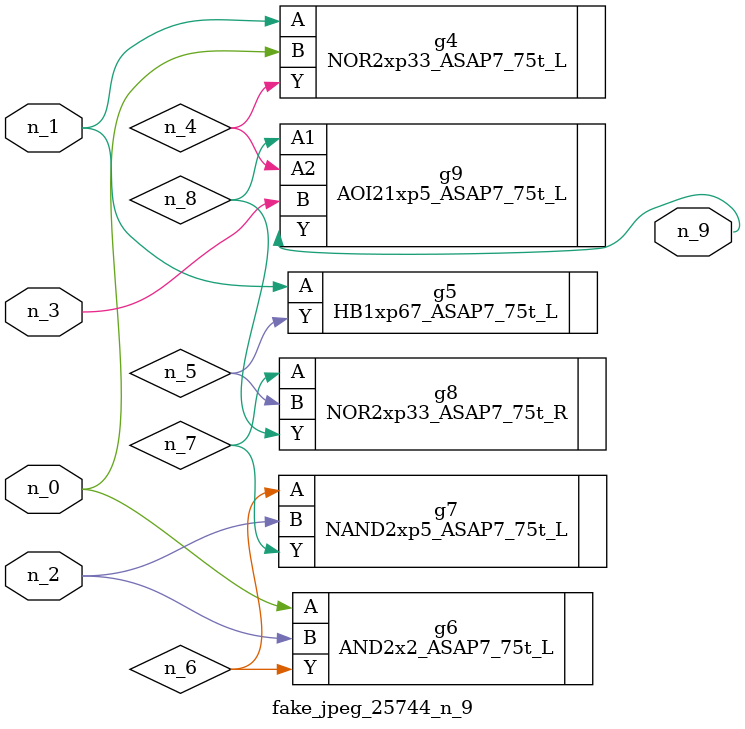
<source format=v>
module fake_jpeg_25744_n_9 (n_0, n_3, n_2, n_1, n_9);

input n_0;
input n_3;
input n_2;
input n_1;

output n_9;

wire n_4;
wire n_8;
wire n_6;
wire n_5;
wire n_7;

NOR2xp33_ASAP7_75t_L g4 ( 
.A(n_1),
.B(n_0),
.Y(n_4)
);

HB1xp67_ASAP7_75t_L g5 ( 
.A(n_1),
.Y(n_5)
);

AND2x2_ASAP7_75t_L g6 ( 
.A(n_0),
.B(n_2),
.Y(n_6)
);

NAND2xp5_ASAP7_75t_L g7 ( 
.A(n_6),
.B(n_2),
.Y(n_7)
);

NOR2xp33_ASAP7_75t_R g8 ( 
.A(n_7),
.B(n_5),
.Y(n_8)
);

AOI21xp5_ASAP7_75t_L g9 ( 
.A1(n_8),
.A2(n_4),
.B(n_3),
.Y(n_9)
);


endmodule
</source>
